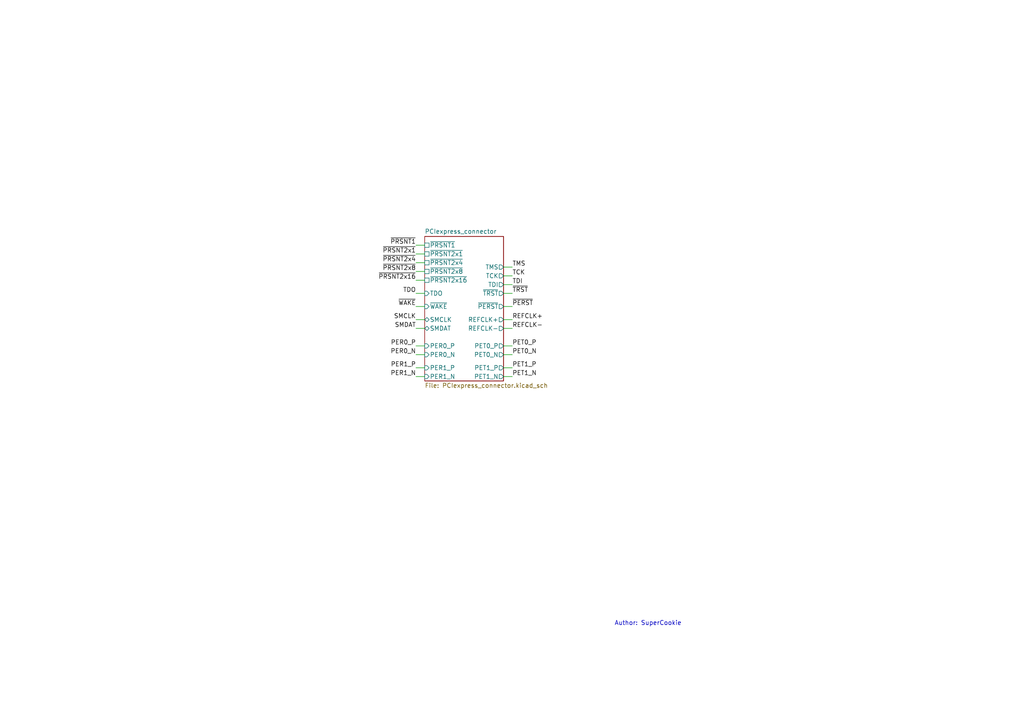
<source format=kicad_sch>
(kicad_sch
	(version 20250114)
	(generator "eeschema")
	(generator_version "9.0")
	(uuid "ea453253-a44e-45ab-8e55-bedebd967d48")
	(paper "A4")
	(lib_symbols)
	(text "Author: SuperCookie\n"
		(exclude_from_sim no)
		(at 187.96 180.848 0)
		(effects
			(font
				(size 1.27 1.27)
			)
		)
		(uuid "50c3ebff-d5b3-4080-8941-ab7e1ae3cd63")
	)
	(wire
		(pts
			(xy 120.65 85.09) (xy 123.19 85.09)
		)
		(stroke
			(width 0)
			(type default)
		)
		(uuid "00419f82-d1a3-4f14-bc21-d9f0eee629e9")
	)
	(wire
		(pts
			(xy 146.05 77.47) (xy 148.59 77.47)
		)
		(stroke
			(width 0)
			(type default)
		)
		(uuid "08adeb21-1658-4784-a655-3e6b9b160d8c")
	)
	(wire
		(pts
			(xy 146.05 85.09) (xy 148.59 85.09)
		)
		(stroke
			(width 0)
			(type default)
		)
		(uuid "196db0cf-d1ef-4c58-a3d9-c157a73d5609")
	)
	(wire
		(pts
			(xy 120.65 106.68) (xy 123.19 106.68)
		)
		(stroke
			(width 0)
			(type default)
		)
		(uuid "20a3e195-79d6-47ba-a3c4-98312f07e97d")
	)
	(wire
		(pts
			(xy 120.65 92.71) (xy 123.19 92.71)
		)
		(stroke
			(width 0)
			(type default)
		)
		(uuid "21deff76-6812-4350-a7f7-1e6140545c2b")
	)
	(wire
		(pts
			(xy 146.05 102.87) (xy 148.59 102.87)
		)
		(stroke
			(width 0)
			(type default)
		)
		(uuid "2ec59160-4558-4e02-bc1b-580085dfa10c")
	)
	(wire
		(pts
			(xy 120.65 100.33) (xy 123.19 100.33)
		)
		(stroke
			(width 0)
			(type default)
		)
		(uuid "3610d858-d0b3-4584-a471-68dd6e6a6123")
	)
	(wire
		(pts
			(xy 120.65 78.74) (xy 123.19 78.74)
		)
		(stroke
			(width 0)
			(type default)
		)
		(uuid "3b44cf31-44f2-42e6-b851-88bead383dd3")
	)
	(wire
		(pts
			(xy 146.05 100.33) (xy 148.59 100.33)
		)
		(stroke
			(width 0)
			(type default)
		)
		(uuid "48409705-a0b9-4253-a49a-1e312df4955c")
	)
	(wire
		(pts
			(xy 146.05 95.25) (xy 148.59 95.25)
		)
		(stroke
			(width 0)
			(type default)
		)
		(uuid "57ea26aa-0f40-454d-923f-2cd7cf53ac23")
	)
	(wire
		(pts
			(xy 146.05 106.68) (xy 148.59 106.68)
		)
		(stroke
			(width 0)
			(type default)
		)
		(uuid "5a57a5ce-d391-4a0e-898f-0c97f93a1f3d")
	)
	(wire
		(pts
			(xy 146.05 92.71) (xy 148.59 92.71)
		)
		(stroke
			(width 0)
			(type default)
		)
		(uuid "626eac7b-0771-409c-b645-7c50a536d30f")
	)
	(wire
		(pts
			(xy 120.65 71.12) (xy 123.19 71.12)
		)
		(stroke
			(width 0)
			(type default)
		)
		(uuid "6548170f-1457-4a53-92ad-e8bea9608aeb")
	)
	(wire
		(pts
			(xy 120.65 102.87) (xy 123.19 102.87)
		)
		(stroke
			(width 0)
			(type default)
		)
		(uuid "6f28e377-b444-4edf-b718-c7301932dfeb")
	)
	(wire
		(pts
			(xy 146.05 88.9) (xy 148.59 88.9)
		)
		(stroke
			(width 0)
			(type default)
		)
		(uuid "73aa0c5b-0319-452e-a80d-a2de4b06e73d")
	)
	(wire
		(pts
			(xy 120.65 95.25) (xy 123.19 95.25)
		)
		(stroke
			(width 0)
			(type default)
		)
		(uuid "8950b77a-5707-41a2-8125-06729c17c994")
	)
	(wire
		(pts
			(xy 146.05 82.55) (xy 148.59 82.55)
		)
		(stroke
			(width 0)
			(type default)
		)
		(uuid "90eca35b-d760-4a1b-b379-db3bcea0e77e")
	)
	(wire
		(pts
			(xy 120.65 73.66) (xy 123.19 73.66)
		)
		(stroke
			(width 0)
			(type default)
		)
		(uuid "a27c5b83-a381-4f90-a4a0-42b819233c07")
	)
	(wire
		(pts
			(xy 120.65 88.9) (xy 123.19 88.9)
		)
		(stroke
			(width 0)
			(type default)
		)
		(uuid "c0921a43-1328-451b-b35a-e1b9914e68fc")
	)
	(wire
		(pts
			(xy 120.65 81.28) (xy 123.19 81.28)
		)
		(stroke
			(width 0)
			(type default)
		)
		(uuid "c0a19e38-0edc-4c7f-84cf-d43a24d28fbf")
	)
	(wire
		(pts
			(xy 120.65 109.22) (xy 123.19 109.22)
		)
		(stroke
			(width 0)
			(type default)
		)
		(uuid "c2767c7e-4089-4b4a-8e2c-96e37737e08c")
	)
	(wire
		(pts
			(xy 146.05 109.22) (xy 148.59 109.22)
		)
		(stroke
			(width 0)
			(type default)
		)
		(uuid "e2a892e1-89a9-45c3-b2b0-eaefa3348e85")
	)
	(wire
		(pts
			(xy 120.65 76.2) (xy 123.19 76.2)
		)
		(stroke
			(width 0)
			(type default)
		)
		(uuid "f7114748-fd3a-47c7-a448-29c58531706c")
	)
	(wire
		(pts
			(xy 146.05 80.01) (xy 148.59 80.01)
		)
		(stroke
			(width 0)
			(type default)
		)
		(uuid "fece74b0-3715-48aa-8f96-86f1710addc9")
	)
	(label "~{PRSNT2x16}"
		(at 120.65 81.28 180)
		(effects
			(font
				(size 1.27 1.27)
			)
			(justify right bottom)
		)
		(uuid "088e3188-79f5-4776-b346-ab52ea292499")
	)
	(label "SMCLK"
		(at 120.65 92.71 180)
		(effects
			(font
				(size 1.27 1.27)
			)
			(justify right bottom)
		)
		(uuid "0cdd8aba-2dae-4714-a9b9-70fc5faf1d39")
	)
	(label "TCK"
		(at 148.59 80.01 0)
		(effects
			(font
				(size 1.27 1.27)
			)
			(justify left bottom)
		)
		(uuid "0fcf4bfd-127b-4051-886a-35b452351d2f")
	)
	(label "PER0_P"
		(at 120.65 100.33 180)
		(effects
			(font
				(size 1.27 1.27)
			)
			(justify right bottom)
		)
		(uuid "168ce61c-9ffd-4294-b44a-b89d01470604")
	)
	(label "~{PRSNT2x4}"
		(at 120.65 76.2 180)
		(effects
			(font
				(size 1.27 1.27)
			)
			(justify right bottom)
		)
		(uuid "341a8498-74bc-4eb5-ac3d-76877691feb6")
	)
	(label "~{PRSNT1}"
		(at 120.65 71.12 180)
		(effects
			(font
				(size 1.27 1.27)
			)
			(justify right bottom)
		)
		(uuid "3ae60a62-3c71-476b-8732-37af3614d188")
	)
	(label "TDI"
		(at 148.59 82.55 0)
		(effects
			(font
				(size 1.27 1.27)
			)
			(justify left bottom)
		)
		(uuid "47323283-1767-4c4c-bb79-855e6efdb3c4")
	)
	(label "~{PERST}"
		(at 148.59 88.9 0)
		(effects
			(font
				(size 1.27 1.27)
			)
			(justify left bottom)
		)
		(uuid "60533a49-1ca1-48b6-b728-8552d57e31b4")
	)
	(label "PET0_N"
		(at 148.59 102.87 0)
		(effects
			(font
				(size 1.27 1.27)
			)
			(justify left bottom)
		)
		(uuid "7f0a5ef2-7374-4e95-a810-dfe5c8f62529")
	)
	(label "PET0_P"
		(at 148.59 100.33 0)
		(effects
			(font
				(size 1.27 1.27)
			)
			(justify left bottom)
		)
		(uuid "8cab2861-9b87-400c-8a3e-28e7acf533e3")
	)
	(label "PET1_P"
		(at 148.59 106.68 0)
		(effects
			(font
				(size 1.27 1.27)
			)
			(justify left bottom)
		)
		(uuid "971651c5-5cab-47b6-8a61-5e40ff677962")
	)
	(label "PER1_N"
		(at 120.65 109.22 180)
		(effects
			(font
				(size 1.27 1.27)
			)
			(justify right bottom)
		)
		(uuid "9fe260d9-4569-4913-82a3-2cba4910b78b")
	)
	(label "TDO"
		(at 120.65 85.09 180)
		(effects
			(font
				(size 1.27 1.27)
			)
			(justify right bottom)
		)
		(uuid "a68aa909-7e5c-435a-a675-05f3aed3c650")
	)
	(label "~{PRSNT2x8}"
		(at 120.65 78.74 180)
		(effects
			(font
				(size 1.27 1.27)
			)
			(justify right bottom)
		)
		(uuid "b282ad6e-9a6c-419a-b4f4-69f0643c2151")
	)
	(label "PER0_N"
		(at 120.65 102.87 180)
		(effects
			(font
				(size 1.27 1.27)
			)
			(justify right bottom)
		)
		(uuid "b73c8f4f-d79b-4063-bdc5-4c594c17072f")
	)
	(label "~{WAKE}"
		(at 120.65 88.9 180)
		(effects
			(font
				(size 1.27 1.27)
			)
			(justify right bottom)
		)
		(uuid "ba81984d-7faa-4a61-a102-080a480b5cb0")
	)
	(label "PER1_P"
		(at 120.65 106.68 180)
		(effects
			(font
				(size 1.27 1.27)
			)
			(justify right bottom)
		)
		(uuid "c1ec4a55-4351-4599-be53-d9fc26be320c")
	)
	(label "REFCLK-"
		(at 148.59 95.25 0)
		(effects
			(font
				(size 1.27 1.27)
			)
			(justify left bottom)
		)
		(uuid "c23f20c6-b36d-4064-80bd-7b9578bf0ec4")
	)
	(label "SMDAT"
		(at 120.65 95.25 180)
		(effects
			(font
				(size 1.27 1.27)
			)
			(justify right bottom)
		)
		(uuid "cb092c63-9296-4a67-adab-6a5cfb85fca3")
	)
	(label "TMS"
		(at 148.59 77.47 0)
		(effects
			(font
				(size 1.27 1.27)
			)
			(justify left bottom)
		)
		(uuid "d29e1c30-e973-4051-b45d-f04c93353062")
	)
	(label "~{PRSNT2x1}"
		(at 120.65 73.66 180)
		(effects
			(font
				(size 1.27 1.27)
			)
			(justify right bottom)
		)
		(uuid "de7f6ee4-af5c-4492-bbe0-ca3cc4808ecb")
	)
	(label "~{TRST}"
		(at 148.59 85.09 0)
		(effects
			(font
				(size 1.27 1.27)
			)
			(justify left bottom)
		)
		(uuid "e0336a52-d5eb-4a19-be27-a72e4e393584")
	)
	(label "PET1_N"
		(at 148.59 109.22 0)
		(effects
			(font
				(size 1.27 1.27)
			)
			(justify left bottom)
		)
		(uuid "e9ae5c07-ff81-4355-93dd-61e1e3df5656")
	)
	(label "REFCLK+"
		(at 148.59 92.71 0)
		(effects
			(font
				(size 1.27 1.27)
			)
			(justify left bottom)
		)
		(uuid "f560a670-7f3a-413b-819f-33bc3810f8ff")
	)
	(sheet
		(at 123.19 68.58)
		(size 22.86 41.91)
		(exclude_from_sim no)
		(in_bom yes)
		(on_board yes)
		(dnp no)
		(fields_autoplaced yes)
		(stroke
			(width 0)
			(type solid)
		)
		(fill
			(color 0 0 0 0.0000)
		)
		(uuid "0d85f087-d7da-49ab-a817-c7378986758c")
		(property "Sheetname" "PCIexpress_connector"
			(at 123.19 67.8684 0)
			(effects
				(font
					(size 1.27 1.27)
				)
				(justify left bottom)
			)
		)
		(property "Sheetfile" "PCIexpress_connector.kicad_sch"
			(at 123.19 111.0746 0)
			(effects
				(font
					(size 1.27 1.27)
				)
				(justify left top)
			)
		)
		(pin "PET0_P" output
			(at 146.05 100.33 0)
			(uuid "ffa92384-29ed-436b-9953-9b42b4e0d27a")
			(effects
				(font
					(size 1.27 1.27)
				)
				(justify right)
			)
		)
		(pin "PET0_N" output
			(at 146.05 102.87 0)
			(uuid "4972a937-fb77-44d6-8f92-847537aa60a3")
			(effects
				(font
					(size 1.27 1.27)
				)
				(justify right)
			)
		)
		(pin "REFCLK+" output
			(at 146.05 92.71 0)
			(uuid "29b4d4ef-1eed-48fd-a1f4-86f0aba2bbfa")
			(effects
				(font
					(size 1.27 1.27)
				)
				(justify right)
			)
		)
		(pin "REFCLK-" output
			(at 146.05 95.25 0)
			(uuid "55f6b281-8d36-4c2e-ab31-6dcfb0dd2437")
			(effects
				(font
					(size 1.27 1.27)
				)
				(justify right)
			)
		)
		(pin "~{PRSNT2x16}" passive
			(at 123.19 81.28 180)
			(uuid "8346b8a6-019a-4745-8c9f-6f460dcdfaf2")
			(effects
				(font
					(size 1.27 1.27)
				)
				(justify left)
			)
		)
		(pin "TDO" input
			(at 123.19 85.09 180)
			(uuid "d9bdcd6a-5730-456d-9351-2a8bf269746b")
			(effects
				(font
					(size 1.27 1.27)
				)
				(justify left)
			)
		)
		(pin "TMS" output
			(at 146.05 77.47 0)
			(uuid "4deeb729-119f-4593-aa82-aadfb3bb04eb")
			(effects
				(font
					(size 1.27 1.27)
				)
				(justify right)
			)
		)
		(pin "TDI" output
			(at 146.05 82.55 0)
			(uuid "a9e2210a-c0e1-40a8-afa6-491c338b6f8f")
			(effects
				(font
					(size 1.27 1.27)
				)
				(justify right)
			)
		)
		(pin "TCK" output
			(at 146.05 80.01 0)
			(uuid "4283d833-39cf-4ba1-9608-db158bfca004")
			(effects
				(font
					(size 1.27 1.27)
				)
				(justify right)
			)
		)
		(pin "PET1_P" output
			(at 146.05 106.68 0)
			(uuid "5df51624-cc56-44d8-a2fd-494489a04cf1")
			(effects
				(font
					(size 1.27 1.27)
				)
				(justify right)
			)
		)
		(pin "PET1_N" output
			(at 146.05 109.22 0)
			(uuid "c7204b3e-a0ac-406d-bc41-f470e2b1b382")
			(effects
				(font
					(size 1.27 1.27)
				)
				(justify right)
			)
		)
		(pin "PER1_P" input
			(at 123.19 106.68 180)
			(uuid "f5c04f93-9f55-4248-a56b-1b2ade3544b7")
			(effects
				(font
					(size 1.27 1.27)
				)
				(justify left)
			)
		)
		(pin "PER1_N" input
			(at 123.19 109.22 180)
			(uuid "069f3af4-68dc-4ec7-9b03-f24c5b840818")
			(effects
				(font
					(size 1.27 1.27)
				)
				(justify left)
			)
		)
		(pin "~{WAKE}" input
			(at 123.19 88.9 180)
			(uuid "30ff0e3f-58f4-4245-9e02-a6203433fc9a")
			(effects
				(font
					(size 1.27 1.27)
				)
				(justify left)
			)
		)
		(pin "~{TRST}" output
			(at 146.05 85.09 0)
			(uuid "29b92478-7c84-49ec-aa4c-178ac3015437")
			(effects
				(font
					(size 1.27 1.27)
				)
				(justify right)
			)
		)
		(pin "SMCLK" bidirectional
			(at 123.19 92.71 180)
			(uuid "9c9b73ae-2461-4d48-9957-8d158f965645")
			(effects
				(font
					(size 1.27 1.27)
				)
				(justify left)
			)
		)
		(pin "SMDAT" bidirectional
			(at 123.19 95.25 180)
			(uuid "8abe569f-724c-445a-8cbc-e4f9f663020e")
			(effects
				(font
					(size 1.27 1.27)
				)
				(justify left)
			)
		)
		(pin "~{PERST}" output
			(at 146.05 88.9 0)
			(uuid "a5952aac-0158-4c47-b7bb-df4e17b1db97")
			(effects
				(font
					(size 1.27 1.27)
				)
				(justify right)
			)
		)
		(pin "~{PRSNT1}" passive
			(at 123.19 71.12 180)
			(uuid "e6ddaf38-03c5-4e7a-b9cb-4e9f6ab746f7")
			(effects
				(font
					(size 1.27 1.27)
				)
				(justify left)
			)
		)
		(pin "~{PRSNT2x8}" passive
			(at 123.19 78.74 180)
			(uuid "d25b8db6-5e60-4ed4-aceb-014fcaeab04c")
			(effects
				(font
					(size 1.27 1.27)
				)
				(justify left)
			)
		)
		(pin "~{PRSNT2x4}" passive
			(at 123.19 76.2 180)
			(uuid "91ae8618-eff3-443f-a00f-072b99b1ed2e")
			(effects
				(font
					(size 1.27 1.27)
				)
				(justify left)
			)
		)
		(pin "~{PRSNT2x1}" passive
			(at 123.19 73.66 180)
			(uuid "cf77f58e-82a3-44e3-80f3-fa4ebdb6b460")
			(effects
				(font
					(size 1.27 1.27)
				)
				(justify left)
			)
		)
		(pin "PER0_N" input
			(at 123.19 102.87 180)
			(uuid "796d087b-ec7e-4526-98f7-47d0709b0510")
			(effects
				(font
					(size 1.27 1.27)
				)
				(justify left)
			)
		)
		(pin "PER0_P" input
			(at 123.19 100.33 180)
			(uuid "31f8bcf1-0fe4-4131-86d9-ae68046ee465")
			(effects
				(font
					(size 1.27 1.27)
				)
				(justify left)
			)
		)
		(instances
			(project "PCIexpress_x2_half"
				(path "/ea453253-a44e-45ab-8e55-bedebd967d48"
					(page "2")
				)
			)
		)
	)
	(sheet_instances
		(path "/"
			(page "1")
		)
	)
	(embedded_fonts no)
)

</source>
